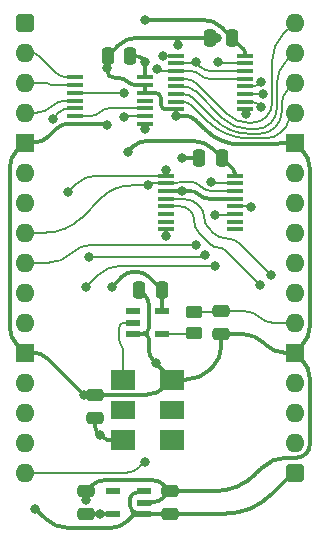
<source format=gtl>
%TF.GenerationSoftware,KiCad,Pcbnew,9.0.2*%
%TF.CreationDate,2025-06-17T16:08:07+02:00*%
%TF.ProjectId,Coprocessor Memory Select,436f7072-6f63-4657-9373-6f72204d656d,V0*%
%TF.SameCoordinates,Original*%
%TF.FileFunction,Copper,L1,Top*%
%TF.FilePolarity,Positive*%
%FSLAX46Y46*%
G04 Gerber Fmt 4.6, Leading zero omitted, Abs format (unit mm)*
G04 Created by KiCad (PCBNEW 9.0.2) date 2025-06-17 16:08:07*
%MOMM*%
%LPD*%
G01*
G04 APERTURE LIST*
G04 Aperture macros list*
%AMRoundRect*
0 Rectangle with rounded corners*
0 $1 Rounding radius*
0 $2 $3 $4 $5 $6 $7 $8 $9 X,Y pos of 4 corners*
0 Add a 4 corners polygon primitive as box body*
4,1,4,$2,$3,$4,$5,$6,$7,$8,$9,$2,$3,0*
0 Add four circle primitives for the rounded corners*
1,1,$1+$1,$2,$3*
1,1,$1+$1,$4,$5*
1,1,$1+$1,$6,$7*
1,1,$1+$1,$8,$9*
0 Add four rect primitives between the rounded corners*
20,1,$1+$1,$2,$3,$4,$5,0*
20,1,$1+$1,$4,$5,$6,$7,0*
20,1,$1+$1,$6,$7,$8,$9,0*
20,1,$1+$1,$8,$9,$2,$3,0*%
G04 Aperture macros list end*
%TA.AperFunction,SMDPad,CuDef*%
%ADD10RoundRect,0.250000X0.250000X0.475000X-0.250000X0.475000X-0.250000X-0.475000X0.250000X-0.475000X0*%
%TD*%
%TA.AperFunction,ComponentPad*%
%ADD11RoundRect,0.400000X-0.400000X-0.400000X0.400000X-0.400000X0.400000X0.400000X-0.400000X0.400000X0*%
%TD*%
%TA.AperFunction,ComponentPad*%
%ADD12O,1.600000X1.600000*%
%TD*%
%TA.AperFunction,ComponentPad*%
%ADD13R,1.600000X1.600000*%
%TD*%
%TA.AperFunction,SMDPad,CuDef*%
%ADD14R,1.475000X0.450000*%
%TD*%
%TA.AperFunction,SMDPad,CuDef*%
%ADD15R,1.450000X0.450000*%
%TD*%
%TA.AperFunction,SMDPad,CuDef*%
%ADD16RoundRect,0.250000X0.475000X-0.250000X0.475000X0.250000X-0.475000X0.250000X-0.475000X-0.250000X0*%
%TD*%
%TA.AperFunction,SMDPad,CuDef*%
%ADD17R,2.000000X1.800000*%
%TD*%
%TA.AperFunction,SMDPad,CuDef*%
%ADD18R,2.000000X1.600000*%
%TD*%
%TA.AperFunction,SMDPad,CuDef*%
%ADD19RoundRect,0.250000X-0.450000X0.262500X-0.450000X-0.262500X0.450000X-0.262500X0.450000X0.262500X0*%
%TD*%
%TA.AperFunction,SMDPad,CuDef*%
%ADD20R,1.250000X0.600000*%
%TD*%
%TA.AperFunction,SMDPad,CuDef*%
%ADD21RoundRect,0.250000X-0.475000X0.250000X-0.475000X-0.250000X0.475000X-0.250000X0.475000X0.250000X0*%
%TD*%
%TA.AperFunction,SMDPad,CuDef*%
%ADD22R,1.150000X0.600000*%
%TD*%
%TA.AperFunction,ViaPad*%
%ADD23C,0.800000*%
%TD*%
%TA.AperFunction,Conductor*%
%ADD24C,0.350000*%
%TD*%
%TA.AperFunction,Conductor*%
%ADD25C,0.200000*%
%TD*%
G04 APERTURE END LIST*
D10*
%TO.P,C6,1*%
%TO.N,/3.3V*%
X16682000Y-11430000D03*
%TO.P,C6,2*%
%TO.N,GND*%
X14782000Y-11430000D03*
%TD*%
%TO.P,C5,1*%
%TO.N,/3.3V*%
X17571000Y-1270000D03*
%TO.P,C5,2*%
%TO.N,GND*%
X15671000Y-1270000D03*
%TD*%
D11*
%TO.P,J2,1,Pin_1*%
%TO.N,5V*%
X0Y0D03*
D12*
%TO.P,J2,2,Pin_2*%
%TO.N,~{INT0}*%
X0Y-2540000D03*
%TO.P,J2,3,Pin_3*%
%TO.N,~{INT1}*%
X0Y-5080000D03*
%TO.P,J2,4,Pin_4*%
%TO.N,~{INT2}*%
X0Y-7620000D03*
D13*
%TO.P,J2,5,Pin_5*%
%TO.N,GND*%
X0Y-10160000D03*
D12*
%TO.P,J2,6,Pin_6*%
%TO.N,~{INT3}*%
X0Y-12700000D03*
%TO.P,J2,7,Pin_7*%
%TO.N,unconnected-(J2-Pin_7-Pad7)*%
X0Y-15240000D03*
%TO.P,J2,8,Pin_8*%
%TO.N,A20_{M}*%
X0Y-17780000D03*
%TO.P,J2,9,Pin_9*%
%TO.N,A19_{M}*%
X0Y-20320000D03*
%TO.P,J2,10,Pin_10*%
%TO.N,unconnected-(J2-Pin_10-Pad10)*%
X0Y-22860000D03*
%TO.P,J2,11,Pin_11*%
%TO.N,~{Memory A}*%
X0Y-25400000D03*
D13*
%TO.P,J2,12,Pin_12*%
%TO.N,GND*%
X0Y-27940000D03*
D12*
%TO.P,J2,13,Pin_13*%
%TO.N,~{Memory B}*%
X0Y-30480000D03*
%TO.P,J2,14,Pin_14*%
%TO.N,unconnected-(J2-Pin_14-Pad14)*%
X0Y-33020000D03*
%TO.P,J2,15,Pin_15*%
%TO.N,M~{Memory6\u20227}*%
X0Y-35560000D03*
%TO.P,J2,16,Pin_16*%
%TO.N,~{INT}*%
X0Y-38100000D03*
D11*
%TO.P,J2,17,Pin_17*%
%TO.N,5V*%
X22860000Y-38100000D03*
D12*
%TO.P,J2,18,Pin_18*%
%TO.N,M~{Memory4\u20225}*%
X22860000Y-35560000D03*
%TO.P,J2,19,Pin_19*%
%TO.N,M~{Memory2\u20223}*%
X22860000Y-33020000D03*
%TO.P,J2,20,Pin_20*%
%TO.N,M~{Memory0\u20221}*%
X22860000Y-30480000D03*
D13*
%TO.P,J2,21,Pin_21*%
%TO.N,GND*%
X22860000Y-27940000D03*
D12*
%TO.P,J2,22,Pin_22*%
%TO.N,40MHz*%
X22860000Y-25400000D03*
%TO.P,J2,23,Pin_23*%
%TO.N,unconnected-(J2-Pin_23-Pad23)*%
X22860000Y-22860000D03*
%TO.P,J2,24,Pin_24*%
%TO.N,M~{Memory7}*%
X22860000Y-20320000D03*
%TO.P,J2,25,Pin_25*%
%TO.N,M~{Memory6}*%
X22860000Y-17780000D03*
%TO.P,J2,26,Pin_26*%
%TO.N,M~{Memory5}*%
X22860000Y-15240000D03*
%TO.P,J2,27,Pin_27*%
%TO.N,M~{Memory4}*%
X22860000Y-12700000D03*
D13*
%TO.P,J2,28,Pin_28*%
%TO.N,GND*%
X22860000Y-10160000D03*
D12*
%TO.P,J2,29,Pin_29*%
%TO.N,M~{Memory3}*%
X22860000Y-7620000D03*
%TO.P,J2,30,Pin_30*%
%TO.N,M~{Memory2}*%
X22860000Y-5080000D03*
%TO.P,J2,31,Pin_31*%
%TO.N,M~{Memory1}*%
X22860000Y-2540000D03*
%TO.P,J2,32,Pin_32*%
%TO.N,M~{Memory0}*%
X22860000Y0D03*
%TD*%
D14*
%TO.P,IC4,1,1A*%
%TO.N,~{INT0}*%
X4301000Y-4654000D03*
%TO.P,IC4,2,1B*%
%TO.N,~{INT1}*%
X4301000Y-5304000D03*
%TO.P,IC4,3,1Y*%
%TO.N,/~{INT0\u20221}*%
X4301000Y-5954000D03*
%TO.P,IC4,4,2A*%
%TO.N,~{INT2}*%
X4301000Y-6604000D03*
%TO.P,IC4,5,2B*%
%TO.N,~{INT3}*%
X4301000Y-7254000D03*
%TO.P,IC4,6,2Y*%
%TO.N,/~{INT2\u20223}*%
X4301000Y-7904000D03*
%TO.P,IC4,7,GND*%
%TO.N,GND*%
X4301000Y-8554000D03*
%TO.P,IC4,8,3Y*%
%TO.N,~{INT}*%
X10177000Y-8554000D03*
%TO.P,IC4,9,3A*%
%TO.N,/~{INT0\u20221}*%
X10177000Y-7904000D03*
%TO.P,IC4,10,3B*%
%TO.N,/~{INT2\u20223}*%
X10177000Y-7254000D03*
%TO.P,IC4,11,4Y*%
%TO.N,unconnected-(IC4-4Y-Pad11)*%
X10177000Y-6604000D03*
%TO.P,IC4,12,4A*%
%TO.N,GND*%
X10177000Y-5954000D03*
%TO.P,IC4,13,4B*%
X10177000Y-5304000D03*
%TO.P,IC4,14,3V*%
%TO.N,/3.3V*%
X10177000Y-4654000D03*
%TD*%
D15*
%TO.P,IC1,1,~{1E}*%
%TO.N,~{Memory A}*%
X11934000Y-12965000D03*
%TO.P,IC1,2,1A0*%
%TO.N,A20_{M}*%
X11934000Y-13615000D03*
%TO.P,IC1,3,1A1*%
%TO.N,GND*%
X11934000Y-14265000D03*
%TO.P,IC1,4,~{1Y0}*%
%TO.N,M~{Memory0\u20221}*%
X11934000Y-14915000D03*
%TO.P,IC1,5,~{1Y1}*%
%TO.N,M~{Memory2\u20223}*%
X11934000Y-15565000D03*
%TO.P,IC1,6,~{1Y2}*%
%TO.N,unconnected-(IC1-~{1Y2}-Pad6)*%
X11934000Y-16215000D03*
%TO.P,IC1,7,~{1Y3}*%
%TO.N,unconnected-(IC1-~{1Y3}-Pad7)*%
X11934000Y-16865000D03*
%TO.P,IC1,8,GND*%
%TO.N,GND*%
X11934000Y-17515000D03*
%TO.P,IC1,9,~{2Y3}*%
%TO.N,unconnected-(IC1-~{2Y3}-Pad9)*%
X17784000Y-17515000D03*
%TO.P,IC1,10,~{2Y2}*%
%TO.N,unconnected-(IC1-~{2Y2}-Pad10)*%
X17784000Y-16865000D03*
%TO.P,IC1,11,~{2Y1}*%
%TO.N,M~{Memory6\u20227}*%
X17784000Y-16215000D03*
%TO.P,IC1,12,~{2Y0}*%
%TO.N,M~{Memory4\u20225}*%
X17784000Y-15565000D03*
%TO.P,IC1,13,2A1*%
%TO.N,GND*%
X17784000Y-14915000D03*
%TO.P,IC1,14,2A0*%
%TO.N,A20_{M}*%
X17784000Y-14265000D03*
%TO.P,IC1,15,~{2E}*%
%TO.N,~{Memory B}*%
X17784000Y-13615000D03*
%TO.P,IC1,16,3V*%
%TO.N,/3.3V*%
X17784000Y-12965000D03*
%TD*%
D16*
%TO.P,C4,1*%
%TO.N,/3.3V*%
X5969000Y-33446000D03*
%TO.P,C4,2*%
%TO.N,GND*%
X5969000Y-31546000D03*
%TD*%
D10*
%TO.P,C2,1*%
%TO.N,/3.3V*%
X8935000Y-2794000D03*
%TO.P,C2,2*%
%TO.N,GND*%
X7035000Y-2794000D03*
%TD*%
%TO.P,C1,1*%
%TO.N,/3.3V*%
X11602000Y-22606000D03*
%TO.P,C1,2*%
%TO.N,GND*%
X9702000Y-22606000D03*
%TD*%
D17*
%TO.P,Y1,1,E/D*%
%TO.N,unconnected-(Y1-E{slash}D-Pad1)*%
X12514000Y-35306000D03*
D18*
%TO.P,Y1,2,NC*%
%TO.N,unconnected-(Y1-NC-Pad2)*%
X12514000Y-32766000D03*
D17*
%TO.P,Y1,3,GND*%
%TO.N,GND*%
X12514000Y-30226000D03*
%TO.P,Y1,4,OUT*%
%TO.N,/~{40MHz}*%
X8314000Y-30226000D03*
D18*
%TO.P,Y1,5,OUT2*%
%TO.N,unconnected-(Y1-OUT2-Pad5)*%
X8314000Y-32766000D03*
D17*
%TO.P,Y1,6,3V*%
%TO.N,/3.3V*%
X8314000Y-35306000D03*
%TD*%
D19*
%TO.P,R7,1*%
%TO.N,40MHz*%
X14361000Y-24487500D03*
%TO.P,R7,2*%
%TO.N,Net-(IC12-Y)*%
X14361000Y-26312500D03*
%TD*%
D20*
%TO.P,IC12,1,N.C.*%
%TO.N,unconnected-(IC12-N.C.-Pad1)*%
X9164000Y-24450000D03*
%TO.P,IC12,2,A*%
%TO.N,/~{40MHz}*%
X9164000Y-25400000D03*
%TO.P,IC12,3,GND*%
%TO.N,GND*%
X9164000Y-26350000D03*
%TO.P,IC12,4,Y*%
%TO.N,Net-(IC12-Y)*%
X11664000Y-26350000D03*
%TO.P,IC12,5,3V*%
%TO.N,/3.3V*%
X11664000Y-24450000D03*
%TD*%
D15*
%TO.P,IC9,1,~{1E}*%
%TO.N,~{Memory A}*%
X12823000Y-2805000D03*
%TO.P,IC9,2,1A0*%
%TO.N,A19_{M}*%
X12823000Y-3455000D03*
%TO.P,IC9,3,1A1*%
%TO.N,A20_{M}*%
X12823000Y-4105000D03*
%TO.P,IC9,4,~{1Y0}*%
%TO.N,M~{Memory0}*%
X12823000Y-4755000D03*
%TO.P,IC9,5,~{1Y1}*%
%TO.N,M~{Memory1}*%
X12823000Y-5405000D03*
%TO.P,IC9,6,~{1Y2}*%
%TO.N,M~{Memory2}*%
X12823000Y-6055000D03*
%TO.P,IC9,7,~{1Y3}*%
%TO.N,M~{Memory3}*%
X12823000Y-6705000D03*
%TO.P,IC9,8,GND*%
%TO.N,GND*%
X12823000Y-7355000D03*
%TO.P,IC9,9,~{2Y3}*%
%TO.N,M~{Memory7}*%
X18673000Y-7355000D03*
%TO.P,IC9,10,~{2Y2}*%
%TO.N,M~{Memory6}*%
X18673000Y-6705000D03*
%TO.P,IC9,11,~{2Y1}*%
%TO.N,M~{Memory5}*%
X18673000Y-6055000D03*
%TO.P,IC9,12,~{2Y0}*%
%TO.N,M~{Memory4}*%
X18673000Y-5405000D03*
%TO.P,IC9,13,2A1*%
%TO.N,A20_{M}*%
X18673000Y-4755000D03*
%TO.P,IC9,14,2A0*%
%TO.N,A19_{M}*%
X18673000Y-4105000D03*
%TO.P,IC9,15,~{2E}*%
%TO.N,~{Memory B}*%
X18673000Y-3455000D03*
%TO.P,IC9,16,3V*%
%TO.N,/3.3V*%
X18673000Y-2805000D03*
%TD*%
D21*
%TO.P,C3,1*%
%TO.N,40MHz*%
X16637000Y-24466000D03*
%TO.P,C3,2*%
%TO.N,GND*%
X16637000Y-26366000D03*
%TD*%
D16*
%TO.P,C9,1*%
%TO.N,/3.3V*%
X5207000Y-41574000D03*
%TO.P,C9,2*%
%TO.N,GND*%
X5207000Y-39674000D03*
%TD*%
%TO.P,C8,1*%
%TO.N,5V*%
X12319000Y-41574000D03*
%TO.P,C8,2*%
%TO.N,GND*%
X12319000Y-39674000D03*
%TD*%
D22*
%TO.P,IC5,1,6VIn*%
%TO.N,5V*%
X10063000Y-41590000D03*
%TO.P,IC5,2,GND*%
%TO.N,GND*%
X10063000Y-40640000D03*
%TO.P,IC5,3,EN*%
%TO.N,5V*%
X10063000Y-39690000D03*
%TO.P,IC5,4,ADJ*%
%TO.N,unconnected-(IC5-ADJ-Pad4)*%
X7463000Y-39690000D03*
%TO.P,IC5,5,3.3VOut*%
%TO.N,/3.3V*%
X7463000Y-41590000D03*
%TD*%
D23*
%TO.N,GND*%
X16256000Y-1270000D03*
%TO.N,A20_{M}*%
X10456916Y-13800084D03*
X11209699Y-3906640D03*
%TO.N,~{Memory A}*%
X11684000Y-2794000D03*
X11938000Y-12446000D03*
%TO.N,/3.3V*%
X10160000Y254000D03*
%TO.N,GND*%
X11146500Y-28858500D03*
%TO.N,/3.3V*%
X10177000Y-3319000D03*
%TO.N,M~{Memory4}*%
X20034709Y-5026195D03*
%TO.N,M~{Memory5}*%
X20170020Y-6067443D03*
%TO.N,M~{Memory6}*%
X20018751Y-7131286D03*
%TO.N,M~{Memory7}*%
X18744620Y-7735000D03*
%TO.N,GND*%
X12827000Y-7874000D03*
X12954000Y-1905000D03*
%TO.N,~{Memory B}*%
X16383000Y-3302000D03*
%TO.N,GND*%
X13335000Y-14224000D03*
%TO.N,M~{Memory2\u20223}*%
X19939000Y-22225000D03*
%TO.N,M~{Memory0\u20221}*%
X20828000Y-21336000D03*
%TO.N,GND*%
X11938000Y-18034000D03*
X13335000Y-11430000D03*
%TO.N,/3.3V*%
X8763000Y-10922000D03*
X7366000Y-22352000D03*
%TO.N,5V*%
X889000Y-41148000D03*
%TO.N,~{Memory B}*%
X15811500Y-13525500D03*
X15240000Y-19685000D03*
X5461000Y-19812000D03*
%TO.N,M~{Memory6\u20227}*%
X5207000Y-22352000D03*
%TO.N,~{Memory A}*%
X3683000Y-14351000D03*
%TO.N,A19_{M}*%
X14478000Y-18796000D03*
X14478000Y-3355000D03*
%TO.N,/~{INT0\u20221}*%
X8382000Y-8001000D03*
X8382000Y-5969000D03*
%TO.N,GND*%
X6985000Y-8636000D03*
X6985000Y-3810000D03*
%TO.N,~{INT3}*%
X2413000Y-8128000D03*
%TO.N,/3.3V*%
X6350000Y-34925000D03*
X6350000Y-41574000D03*
%TO.N,M~{Memory4\u20225}*%
X19177000Y-15621000D03*
%TO.N,M~{Memory6\u20227}*%
X16129000Y-16256000D03*
X16129000Y-20574000D03*
%TO.N,GND*%
X5016500Y-31559500D03*
X5207000Y-40386000D03*
%TO.N,~{INT}*%
X10160000Y-37211000D03*
X10160000Y-9017000D03*
%TD*%
D24*
%TO.N,/3.3V*%
X15983500Y-10731500D02*
G75*
G03*
X14297171Y-10033012I-1686300J-1686300D01*
G01*
X9357000Y-21082000D02*
G75*
G03*
X8126186Y-21591833I0J-1740600D01*
G01*
X5969000Y-34274592D02*
G75*
G03*
X6159498Y-34734502I650400J-8D01*
G01*
X17630911Y-12378911D02*
G75*
G02*
X17783993Y-12748500I-369611J-369589D01*
G01*
X18519911Y-2218911D02*
G75*
G02*
X18672993Y-2588500I-369611J-369589D01*
G01*
X10280617Y-10033000D02*
G75*
G03*
X9207495Y-10477495I-17J-1517600D01*
G01*
X9905497Y-3047497D02*
G75*
G03*
X9293500Y-2794001I-611997J-612003D01*
G01*
X16809000Y-508000D02*
G75*
G03*
X14969369Y253987I-1839600J-1839600D01*
G01*
X10587823Y-21591823D02*
G75*
G03*
X9357000Y-21081986I-1230823J-1230777D01*
G01*
X6540500Y-35115500D02*
G75*
G03*
X7000407Y-35305997I459900J459900D01*
G01*
%TO.N,5V*%
X9137999Y-39937999D02*
G75*
G03*
X8890009Y-40536724I598701J-598701D01*
G01*
X1714500Y-41973500D02*
G75*
G03*
X3707433Y-42798996I1992930J1992940D01*
G01*
X8890000Y-40835458D02*
G75*
G03*
X9111000Y-41369000I754540J-2D01*
G01*
X9111000Y-41811000D02*
G75*
G03*
X9111000Y-41369000I-221000J221000D01*
G01*
X9644541Y-41590000D02*
G75*
G03*
X9110988Y-41810988I-41J-754500D01*
G01*
X9111000Y-41369000D02*
G75*
G03*
X9644541Y-41589983I533500J533500D01*
G01*
X8727500Y-42194500D02*
G75*
G02*
X7268107Y-42799003I-1459400J1459400D01*
G01*
X20852792Y-39980207D02*
G75*
G02*
X17005036Y-41574001I-3847762J3847767D01*
G01*
X9724500Y-39690000D02*
G75*
G03*
X9146647Y-39929358I0J-817200D01*
G01*
%TO.N,GND*%
X10121500Y-23025500D02*
G75*
G02*
X10541015Y-24038262I-1012800J-1012800D01*
G01*
X8684500Y-5001500D02*
G75*
G03*
X9414799Y-5304000I730300J730300D01*
G01*
X15688082Y-29396916D02*
G75*
G02*
X13686500Y-30225988I-2001582J2001616D01*
G01*
X5039545Y-31546000D02*
G75*
G03*
X5023237Y-31552737I-45J-23000D01*
G01*
X762000Y-10160000D02*
G75*
G03*
X-538814Y-10698815I-3J-1839621D01*
G01*
X23495000Y-28575000D02*
G75*
G02*
X24129989Y-30108025I-1533000J-1533000D01*
G01*
X16637000Y-27407000D02*
G75*
G02*
X15900902Y-29184099I-2513200J0D01*
G01*
X24130000Y-25771974D02*
G75*
G02*
X23495001Y-27305001I-2168040J4D01*
G01*
X11410750Y-6100250D02*
G75*
G03*
X11057671Y-5954012I-353050J-353050D01*
G01*
X11849500Y-39204500D02*
G75*
G03*
X10716026Y-38734989I-1133500J-1133500D01*
G01*
X3715500Y-8554000D02*
G75*
G03*
X2715994Y-8968016I0J-1413500D01*
G01*
X10383500Y-26507500D02*
G75*
G02*
X10540984Y-26887738I-380200J-380200D01*
G01*
X20453382Y-27311382D02*
G75*
G03*
X21971000Y-27940011I1517618J1517582D01*
G01*
X14760000Y-14569500D02*
G75*
G03*
X15594110Y-14914996I834100J834100D01*
G01*
X1890914Y-28433914D02*
G75*
G03*
X698500Y-27940001I-1192414J-1192416D01*
G01*
X23495000Y-10795000D02*
G75*
G02*
X24129989Y-12328025I-1533000J-1533000D01*
G01*
X5458730Y-39422269D02*
G75*
G03*
X5207011Y-40030000I607770J-607731D01*
G01*
X7175500Y-4508500D02*
G75*
G03*
X7635407Y-4698997I459900J459900D01*
G01*
X-1270000Y-25771974D02*
G75*
G03*
X-634998Y-27304999I2168030J4D01*
G01*
X6985000Y-4064000D02*
G75*
G03*
X7164607Y-4497603I613200J0D01*
G01*
X11809083Y-40183916D02*
G75*
G02*
X10708000Y-40639990I-1101083J1101116D01*
G01*
X2062815Y-9621184D02*
G75*
G02*
X762000Y-10160000I-1300815J1300814D01*
G01*
X24130000Y-35756328D02*
G75*
G02*
X23815521Y-36515521I-1073700J28D01*
G01*
X21709501Y-10160000D02*
G75*
G03*
X21505500Y-10244500I-1J-288500D01*
G01*
X-634999Y-10795000D02*
G75*
G03*
X-1270001Y-12328025I1533029J-1533030D01*
G01*
X23815529Y-36515529D02*
G75*
G02*
X23056328Y-36830012I-759229J759229D01*
G01*
X19532999Y-38251999D02*
G75*
G02*
X16099988Y-39673994I-3432999J3432999D01*
G01*
X8684500Y-5001500D02*
G75*
G03*
X7954200Y-4699000I-730300J-730300D01*
G01*
X11876000Y-30864000D02*
G75*
G02*
X10335731Y-31502013I-1540300J1540300D01*
G01*
X11410750Y-6100250D02*
G75*
G02*
X11556988Y-6453328I-353050J-353050D01*
G01*
X6944000Y-8595000D02*
G75*
G03*
X6845017Y-8553993I-99000J-99000D01*
G01*
X9636630Y-1270000D02*
G75*
G03*
X7797002Y-2032002I0J-2601620D01*
G01*
X10541000Y-27824846D02*
G75*
G03*
X10843749Y-28555751I1033650J-4D01*
G01*
X14546012Y-8323012D02*
G75*
G03*
X13462000Y-7873992I-1084012J-1083988D01*
G01*
X14760000Y-14569500D02*
G75*
G03*
X13925889Y-14224004I-834100J-834100D01*
G01*
X22228029Y-36830000D02*
G75*
G03*
X20054811Y-37730146I-29J-3073400D01*
G01*
X20295000Y-27153000D02*
G75*
G03*
X18395013Y-26365994I-1900000J-1900000D01*
G01*
X21505500Y-10244500D02*
G75*
G02*
X21301498Y-10329000I-204000J204000D01*
G01*
X6809973Y-38735000D02*
G75*
G03*
X5676499Y-39204499I-3J-1602970D01*
G01*
X12954000Y-1587500D02*
G75*
G03*
X12636500Y-1270000I-317500J0D01*
G01*
X13271500Y-1270000D02*
G75*
G03*
X12954000Y-1587500I0J-317500D01*
G01*
X10541000Y-25812261D02*
G75*
G02*
X10383511Y-26192511I-537700J-39D01*
G01*
X10003261Y-26350000D02*
G75*
G03*
X10383511Y-26192511I39J537700D01*
G01*
X10383500Y-26507500D02*
G75*
G03*
X10003261Y-26350016I-380200J-380200D01*
G01*
X10383500Y-26192500D02*
G75*
G03*
X10383500Y-26507500I157500J-157500D01*
G01*
X11557000Y-6989679D02*
G75*
G03*
X11663994Y-7248006I365300J-21D01*
G01*
X15324500Y-9101500D02*
G75*
G03*
X18287947Y-10329001I2963450J2963450D01*
G01*
X11664000Y-7248000D02*
G75*
G03*
X11922320Y-7354991I258300J258300D01*
G01*
X12636500Y-1270000D02*
X13271500Y-1270000D01*
D25*
%TO.N,~{Memory A}*%
X6049049Y-12965000D02*
G75*
G03*
X4375997Y-13657997I-9J-2366040D01*
G01*
X11936000Y-12448000D02*
G75*
G03*
X11934012Y-12452828I4800J-4800D01*
G01*
%TO.N,~{Memory B}*%
X15176500Y-19748500D02*
G75*
G02*
X15023197Y-19811999I-153300J153300D01*
G01*
X15856250Y-13570250D02*
G75*
G03*
X15964286Y-13615006I108050J108050D01*
G01*
X16459500Y-3378500D02*
G75*
G03*
X16644187Y-3455005I184700J184700D01*
G01*
%TO.N,M~{Memory1}*%
X21355000Y-7250144D02*
G75*
G02*
X20837499Y-8499499I-1766860J4D01*
G01*
X16710073Y-8074073D02*
G75*
G03*
X18986500Y-9016986I2276427J2276473D01*
G01*
X22107500Y-3292500D02*
G75*
G03*
X21354998Y-5109195I1816700J-1816700D01*
G01*
X20837500Y-8499500D02*
G75*
G02*
X19588144Y-9017018I-1249400J1249400D01*
G01*
X14471628Y-5835628D02*
G75*
G03*
X13432000Y-5405013I-1039628J-1039672D01*
G01*
%TO.N,M~{Memory7}*%
X18673000Y-7701542D02*
G75*
G03*
X18682811Y-7725188I33500J42D01*
G01*
X18682799Y-7725200D02*
G75*
G03*
X18706457Y-7735018I23701J23700D01*
G01*
%TO.N,M~{Memory2}*%
X22307500Y-5632500D02*
G75*
G03*
X21754951Y-6966352I1333800J-1333900D01*
G01*
X21755000Y-7585274D02*
G75*
G02*
X21218507Y-8880507I-1831700J-26D01*
G01*
X16111621Y-8223199D02*
G75*
G03*
X18993711Y-9416989I2882079J2882099D01*
G01*
X21218500Y-8880500D02*
G75*
G02*
X19923274Y-9416989I-1295200J1295200D01*
G01*
X14339550Y-6451128D02*
G75*
G03*
X13383211Y-6055001I-956350J-956372D01*
G01*
%TO.N,M~{Memory5}*%
X20163798Y-6061221D02*
G75*
G03*
X20148778Y-6055003I-14998J-14979D01*
G01*
%TO.N,M~{Memory4}*%
X19845306Y-5215597D02*
G75*
G02*
X19388048Y-5405022I-457306J457297D01*
G01*
%TO.N,M~{Memory6}*%
X19805608Y-6918143D02*
G75*
G03*
X19291035Y-6704970I-514608J-514557D01*
G01*
%TO.N,M~{Memory0}*%
X14623226Y-5225226D02*
G75*
G03*
X13488000Y-4754985I-1135226J-1135174D01*
G01*
X17147608Y-7749608D02*
G75*
G03*
X18923000Y-8484995I1775392J1775408D01*
G01*
X20955000Y-6791550D02*
G75*
G02*
X20459002Y-7989002I-1693460J0D01*
G01*
X20459000Y-7989000D02*
G75*
G02*
X19261550Y-8485021I-1197500J1197500D01*
G01*
X21907500Y-952499D02*
G75*
G03*
X20955015Y-3252038I2299500J-2299501D01*
G01*
%TO.N,M~{Memory3}*%
X15429217Y-8317217D02*
G75*
G03*
X19050000Y-9816984I3620783J3620817D01*
G01*
X22288500Y-8445500D02*
G75*
G02*
X22108893Y-8879103I-613200J0D01*
G01*
X21729752Y-9258247D02*
G75*
G02*
X20380816Y-9817003I-1348952J1348947D01*
G01*
X14168432Y-7056432D02*
G75*
G03*
X13320000Y-6705011I-848432J-848468D01*
G01*
X22468105Y-8011894D02*
G75*
G03*
X22288496Y-8445500I433595J-433606D01*
G01*
%TO.N,A19_{M}*%
X14428000Y-3405000D02*
G75*
G02*
X14307289Y-3454996I-120700J120700D01*
G01*
X5776630Y-18796000D02*
G75*
G03*
X3937002Y-19558002I0J-2601620D01*
G01*
X14853000Y-3730000D02*
G75*
G03*
X15758330Y-4104988I905300J905300D01*
G01*
X3937000Y-19558000D02*
G75*
G02*
X2097369Y-20319997I-1839630J1839640D01*
G01*
%TO.N,~{INT0}*%
X2544087Y-4195087D02*
G75*
G03*
X3652000Y-4653998I1107913J1107917D01*
G01*
X1203308Y-2854308D02*
G75*
G03*
X444500Y-2540000I-758803J-758798D01*
G01*
%TO.N,~{INT3}*%
X3794000Y-7254000D02*
G75*
G03*
X2928498Y-7612505I0J-1224000D01*
G01*
%TO.N,~{INT1}*%
X2047000Y-5192000D02*
G75*
G03*
X2317391Y-5304003I270400J270400D01*
G01*
X2047000Y-5192000D02*
G75*
G03*
X1776608Y-5079997I-270400J-270400D01*
G01*
%TO.N,~{INT}*%
X9715500Y-37655500D02*
G75*
G02*
X8642382Y-38099993I-1073100J1073100D01*
G01*
X10177000Y-8987979D02*
G75*
G02*
X10168506Y-9008506I-29000J-21D01*
G01*
%TO.N,~{INT2}*%
X2286000Y-7112000D02*
G75*
G02*
X1059579Y-7620000I-1226420J1226420D01*
G01*
X3512420Y-6604000D02*
G75*
G03*
X2286002Y-7112002I0J-1734410D01*
G01*
%TO.N,M~{Memory0\u20221}*%
X12994839Y-14944500D02*
G75*
G03*
X13066058Y-14974035I71261J71200D01*
G01*
X18253519Y-18761519D02*
G75*
G03*
X17110343Y-18287971I-1143219J-1143181D01*
G01*
X12994839Y-14944500D02*
G75*
G03*
X12923619Y-14914980I-71239J-71200D01*
G01*
X14821626Y-15583626D02*
G75*
G02*
X15205357Y-16510000I-926326J-926374D01*
G01*
X15967166Y-17814480D02*
G75*
G03*
X17110343Y-18287968I1143134J1143180D01*
G01*
X14631901Y-15393901D02*
G75*
G03*
X13618169Y-14974012I-1013701J-1013699D01*
G01*
X15205343Y-16510000D02*
G75*
G03*
X15589066Y-17436366I1310057J0D01*
G01*
%TO.N,M~{Memory2\u20223}*%
X14005500Y-15910500D02*
G75*
G02*
X14350996Y-16744610I-834100J-834100D01*
G01*
X15732592Y-18780592D02*
G75*
G03*
X16383000Y-19050005I650408J650392D01*
G01*
X14005500Y-15910500D02*
G75*
G03*
X13171389Y-15565004I-834100J-834100D01*
G01*
X14351000Y-16827500D02*
G75*
G03*
X14755116Y-17803106I1379700J0D01*
G01*
X17033407Y-19319407D02*
G75*
G03*
X16383000Y-19049995I-650407J-650393D01*
G01*
%TO.N,M~{Memory4\u20225}*%
X19149000Y-15593000D02*
G75*
G03*
X19081402Y-15564999I-67600J-67600D01*
G01*
%TO.N,M~{Memory6\u20227}*%
X8242235Y-20574000D02*
G75*
G03*
X6095998Y-21462998I-5J-3035230D01*
G01*
%TO.N,A20_{M}*%
X14839500Y-4430000D02*
G75*
G03*
X14054880Y-4105008I-784600J-784600D01*
G01*
X14885500Y-13869500D02*
G75*
G03*
X13930678Y-13474009I-954800J-954800D01*
G01*
X13124041Y-13474000D02*
G75*
G03*
X12953819Y-13544480I-41J-240700D01*
G01*
X11308879Y-4005820D02*
G75*
G03*
X11548320Y-4104992I239421J239420D01*
G01*
X12953839Y-13544500D02*
G75*
G02*
X12783636Y-13615027I-170239J170200D01*
G01*
X14839500Y-4430000D02*
G75*
G03*
X15624119Y-4754992I784600J784600D01*
G01*
X8996416Y-13800084D02*
G75*
G03*
X6503187Y-14832814I-16J-3525916D01*
G01*
X4813235Y-16522764D02*
G75*
G02*
X1778000Y-17780000I-3035235J3035234D01*
G01*
X10772874Y-13615000D02*
G75*
G03*
X10549483Y-13707567I26J-315900D01*
G01*
X14885500Y-13869500D02*
G75*
G03*
X15840321Y-14264991I954800J954800D01*
G01*
%TO.N,40MHz*%
X19853000Y-24933000D02*
G75*
G03*
X18725562Y-24466016I-1127400J-1127400D01*
G01*
X19853000Y-24933000D02*
G75*
G03*
X20980437Y-25399984I1127400J1127400D01*
G01*
%TO.N,/~{40MHz}*%
X8128000Y-25527000D02*
G75*
G03*
X8001002Y-25833605I306600J-306600D01*
G01*
X8157500Y-27296500D02*
G75*
G02*
X8313990Y-27674324I-377800J-377800D01*
G01*
X8434605Y-25400000D02*
G75*
G03*
X8127998Y-25526998I-5J-433600D01*
G01*
X8001000Y-26918675D02*
G75*
G03*
X8157493Y-27296507I534300J-25D01*
G01*
%TO.N,/~{INT0\u20221}*%
X8547589Y-7904000D02*
G75*
G03*
X8430503Y-7952503I11J-165600D01*
G01*
X8374500Y-5961500D02*
G75*
G03*
X8356393Y-5954003I-18100J-18100D01*
G01*
%TO.N,/~{INT2\u20223}*%
X7175619Y-7254000D02*
G75*
G03*
X6390994Y-7578994I-19J-1109600D01*
G01*
X6391000Y-7579000D02*
G75*
G02*
X5606380Y-7903992I-784600J784600D01*
G01*
D24*
%TO.N,GND*%
X19532999Y-38251999D02*
X20054832Y-37730167D01*
X23056328Y-36830000D02*
X22228029Y-36830000D01*
X23495000Y-28575000D02*
X22860000Y-27940000D01*
X24130000Y-30108025D02*
X24130000Y-35756328D01*
X12319000Y-39674000D02*
X16099988Y-39674000D01*
%TO.N,5V*%
X17005036Y-41574000D02*
X12319000Y-41574000D01*
X20852792Y-39980207D02*
X22733000Y-38100000D01*
X1714500Y-41973500D02*
X889000Y-41148000D01*
X9111000Y-41811000D02*
X8727500Y-42194500D01*
X3707433Y-42799000D02*
X7268107Y-42799000D01*
D25*
%TO.N,~{INT}*%
X10160000Y-37211000D02*
X9715500Y-37655500D01*
D24*
%TO.N,GND*%
X16256000Y-1270000D02*
X15671000Y-1270000D01*
X11922320Y-7355000D02*
X12823000Y-7355000D01*
X11557000Y-6453328D02*
X11557000Y-6989679D01*
X11057671Y-5954000D02*
X10177000Y-5954000D01*
D25*
%TO.N,A20_{M}*%
X11934000Y-13615000D02*
X12783636Y-13615000D01*
X13930678Y-13474000D02*
X13124041Y-13474000D01*
X15840321Y-14265000D02*
X17784000Y-14265000D01*
D24*
%TO.N,GND*%
X15594110Y-14915000D02*
X17784000Y-14915000D01*
X13925889Y-14224000D02*
X13335000Y-14224000D01*
D25*
%TO.N,M~{Memory0\u20221}*%
X12923619Y-14915000D02*
X11934000Y-14915000D01*
X13066058Y-14974000D02*
X13618169Y-14974000D01*
X14821626Y-15583626D02*
X14631901Y-15393901D01*
X15967166Y-17814480D02*
X15589059Y-17436373D01*
X20828000Y-21336000D02*
X18253519Y-18761519D01*
%TO.N,M~{Memory6\u20227}*%
X16129000Y-20574000D02*
X8242235Y-20574000D01*
X5207000Y-22352000D02*
X6096000Y-21463000D01*
%TO.N,M~{Memory2}*%
X22307500Y-5632500D02*
X22860000Y-5080000D01*
X18993711Y-9417000D02*
X19923274Y-9417000D01*
X21755000Y-6966352D02*
X21755000Y-7585274D01*
X16111621Y-8223199D02*
X14339550Y-6451128D01*
%TO.N,M~{Memory3}*%
X19050000Y-9816995D02*
X20380816Y-9816995D01*
X15429217Y-8317217D02*
X14168432Y-7056432D01*
X22108894Y-8879104D02*
X21729752Y-9258247D01*
%TO.N,M~{Memory1}*%
X18986500Y-9017000D02*
X19588144Y-9017000D01*
X16710073Y-8074073D02*
X14471628Y-5835628D01*
X21355000Y-7250144D02*
X21355000Y-5109195D01*
X22107500Y-3292500D02*
X22860000Y-2540000D01*
%TO.N,M~{Memory0}*%
X21907500Y-952499D02*
X22860000Y0D01*
X20955000Y-6791550D02*
X20955000Y-3252038D01*
X18923000Y-8485000D02*
X19261550Y-8485000D01*
X14623226Y-5225226D02*
X17147608Y-7749608D01*
X13488000Y-4755000D02*
X12823000Y-4755000D01*
D24*
%TO.N,GND*%
X21301498Y-10329000D02*
X18287947Y-10329000D01*
X14546012Y-8323012D02*
X15324500Y-9101500D01*
X21709501Y-10160000D02*
X22860000Y-10160000D01*
X12827000Y-7874000D02*
X13462000Y-7874000D01*
D25*
%TO.N,A20_{M}*%
X10456916Y-13800084D02*
X8996416Y-13800084D01*
X6503186Y-14832813D02*
X4813235Y-16522764D01*
X10456916Y-13800084D02*
X10549458Y-13707542D01*
X11934000Y-13615000D02*
X10772874Y-13615000D01*
%TO.N,~{Memory A}*%
X4376000Y-13658000D02*
X3683000Y-14351000D01*
X6049049Y-12965000D02*
X11934000Y-12965000D01*
%TO.N,A20_{M}*%
X11209699Y-3906640D02*
X11308879Y-4005820D01*
X12823000Y-4105000D02*
X11548320Y-4105000D01*
%TO.N,M~{Memory7}*%
X18706457Y-7735000D02*
X18744620Y-7735000D01*
X18673000Y-7701542D02*
X18673000Y-7355000D01*
%TO.N,M~{Memory6}*%
X20018751Y-7131286D02*
X19805608Y-6918143D01*
%TO.N,A19_{M}*%
X15758330Y-4105000D02*
X18673000Y-4105000D01*
%TO.N,A20_{M}*%
X12823000Y-4105000D02*
X14054880Y-4105000D01*
%TO.N,A19_{M}*%
X14428000Y-3405000D02*
X14478000Y-3355000D01*
X14307289Y-3455000D02*
X12823000Y-3455000D01*
%TO.N,A20_{M}*%
X15624119Y-4755000D02*
X18673000Y-4755000D01*
%TO.N,A19_{M}*%
X14853000Y-3730000D02*
X14478000Y-3355000D01*
%TO.N,M~{Memory4}*%
X20034709Y-5026195D02*
X19845306Y-5215597D01*
X19388048Y-5405000D02*
X18673000Y-5405000D01*
%TO.N,M~{Memory5}*%
X20163798Y-6061221D02*
X20170020Y-6067443D01*
X20148778Y-6055000D02*
X18673000Y-6055000D01*
%TO.N,~{Memory A}*%
X11684000Y-2794000D02*
X12812000Y-2794000D01*
X11936000Y-12448000D02*
X11938000Y-12446000D01*
X11934000Y-12452828D02*
X11934000Y-12965000D01*
D24*
%TO.N,/3.3V*%
X10160000Y254000D02*
X14969369Y253999D01*
X17571000Y-1270000D02*
X16809000Y-508000D01*
%TO.N,GND*%
X11146500Y-28858500D02*
X12514000Y-30226000D01*
X11146500Y-28858500D02*
X10843750Y-28555750D01*
X10541000Y-26887738D02*
X10541000Y-27824846D01*
X7797000Y-2032000D02*
X7035000Y-2794000D01*
X9636630Y-1270000D02*
X12636500Y-1270000D01*
X12954000Y-1905000D02*
X12954000Y-1587500D01*
X15671000Y-1270000D02*
X13271500Y-1270000D01*
X13335000Y-11430000D02*
X14782000Y-11430000D01*
X12827000Y-7874000D02*
X12827000Y-7359000D01*
%TO.N,/3.3V*%
X18673000Y-2588500D02*
X18673000Y-2805000D01*
X17571000Y-1270000D02*
X18519911Y-2218911D01*
D25*
%TO.N,~{Memory B}*%
X16644187Y-3455000D02*
X18673000Y-3455000D01*
X16383000Y-3302000D02*
X16459500Y-3378500D01*
D24*
%TO.N,GND*%
X13335000Y-14224000D02*
X11975000Y-14224000D01*
D25*
%TO.N,~{Memory B}*%
X15964286Y-13615000D02*
X17784000Y-13615000D01*
X15856250Y-13570250D02*
X15811500Y-13525500D01*
%TO.N,M~{Memory2\u20223}*%
X14351000Y-16744610D02*
X14351000Y-16827500D01*
X15732592Y-18780592D02*
X14755111Y-17803111D01*
X13171389Y-15565000D02*
X11934000Y-15565000D01*
X19939000Y-22225000D02*
X17033407Y-19319407D01*
D24*
%TO.N,GND*%
X11938000Y-18034000D02*
X11938000Y-17519000D01*
%TO.N,/3.3V*%
X17630911Y-12378911D02*
X16682000Y-11430000D01*
X17784000Y-12748500D02*
X17784000Y-12965000D01*
X14297171Y-10033000D02*
X10280617Y-10033000D01*
X9207500Y-10477500D02*
X8763000Y-10922000D01*
X15983500Y-10731500D02*
X16682000Y-11430000D01*
X8126176Y-21591823D02*
X7366000Y-22352000D01*
X10587823Y-21591823D02*
X11602000Y-22606000D01*
%TO.N,GND*%
X16637000Y-27407000D02*
X16637000Y-26366000D01*
X13686500Y-30226000D02*
X12514000Y-30226000D01*
X15688082Y-29396916D02*
X15900901Y-29184098D01*
X10121500Y-23025500D02*
X9702000Y-22606000D01*
X10003261Y-26350000D02*
X9164000Y-26350000D01*
X10541000Y-24038262D02*
X10541000Y-25812261D01*
X20453382Y-27311382D02*
X20295000Y-27153000D01*
X18395013Y-26366000D02*
X16637000Y-26366000D01*
X21971000Y-27940000D02*
X22860000Y-27940000D01*
X-634999Y-27305000D02*
X0Y-27940000D01*
X-1270000Y-25771974D02*
X-1270000Y-12328025D01*
X-538814Y-10698815D02*
X-634999Y-10795000D01*
X23495000Y-10795000D02*
X22860000Y-10160000D01*
X24130000Y-25771974D02*
X24130000Y-12328025D01*
X23495000Y-27305000D02*
X22860000Y-27940000D01*
D25*
%TO.N,~{Memory B}*%
X15240000Y-19685000D02*
X15176500Y-19748500D01*
X15023197Y-19812000D02*
X5461000Y-19812000D01*
%TO.N,A19_{M}*%
X2097369Y-20320000D02*
X0Y-20320000D01*
X5776630Y-18796000D02*
X14478000Y-18796000D01*
%TO.N,A20_{M}*%
X1778000Y-17780000D02*
X0Y-17780000D01*
D24*
%TO.N,GND*%
X7175500Y-4508500D02*
X7164605Y-4497605D01*
X6985000Y-4064000D02*
X6985000Y-3810000D01*
X7635407Y-4699000D02*
X7954200Y-4699000D01*
X9414799Y-5304000D02*
X10177000Y-5304000D01*
D25*
%TO.N,~{INT0}*%
X3652000Y-4654000D02*
X4301000Y-4654000D01*
X2544087Y-4195087D02*
X1203308Y-2854308D01*
%TO.N,/~{INT0\u20221}*%
X8547589Y-7904000D02*
X10177000Y-7904000D01*
X8430500Y-7952500D02*
X8382000Y-8001000D01*
X8374500Y-5961500D02*
X8382000Y-5969000D01*
X8356393Y-5954000D02*
X4301000Y-5954000D01*
%TO.N,/~{INT2\u20223}*%
X7175619Y-7254000D02*
X10177000Y-7254000D01*
X5606380Y-7904000D02*
X4301000Y-7904000D01*
D24*
%TO.N,/3.3V*%
X10177000Y-3319000D02*
X9905497Y-3047497D01*
X9293500Y-2794000D02*
X8935000Y-2794000D01*
X10177000Y-3319000D02*
X10177000Y-4654000D01*
%TO.N,GND*%
X10177000Y-5954000D02*
X10177000Y-5304000D01*
X6985000Y-3810000D02*
X6985000Y-2844000D01*
X6985000Y-8636000D02*
X6944000Y-8595000D01*
X4301000Y-8554000D02*
X6845017Y-8554000D01*
X3715500Y-8554000D02*
X4301000Y-8554000D01*
X2715988Y-8968010D02*
X2062815Y-9621184D01*
D25*
%TO.N,~{INT3}*%
X2413000Y-8128000D02*
X2928496Y-7612503D01*
%TO.N,~{INT2}*%
X1059579Y-7620000D02*
X0Y-7620000D01*
X3512420Y-6604000D02*
X4301000Y-6604000D01*
%TO.N,~{INT1}*%
X1776608Y-5080000D02*
X0Y-5080000D01*
X2317391Y-5304000D02*
X4301000Y-5304000D01*
D24*
%TO.N,GND*%
X1890914Y-28433914D02*
X5016500Y-31559500D01*
X698500Y-27940000D02*
X0Y-27940000D01*
%TO.N,/3.3V*%
X6159500Y-34734500D02*
X6350000Y-34925000D01*
X6350000Y-41574000D02*
X7447000Y-41574000D01*
%TO.N,GND*%
X11809083Y-40183916D02*
X12319000Y-39674000D01*
X10708000Y-40640000D02*
X10063000Y-40640000D01*
D25*
%TO.N,M~{Memory4\u20225}*%
X19177000Y-15621000D02*
X19149000Y-15593000D01*
X19081402Y-15565000D02*
X17784000Y-15565000D01*
%TO.N,M~{Memory6\u20227}*%
X16129000Y-16256000D02*
X17743000Y-16256000D01*
D24*
%TO.N,GND*%
X5023250Y-31552750D02*
X5016500Y-31559500D01*
X5039545Y-31546000D02*
X5969000Y-31546000D01*
X5207000Y-40030000D02*
X5207000Y-40386000D01*
D25*
%TO.N,~{INT}*%
X8642382Y-38100000D02*
X0Y-38100000D01*
X10168500Y-9008500D02*
X10160000Y-9017000D01*
X10177000Y-8987979D02*
X10177000Y-8554000D01*
D24*
%TO.N,GND*%
X11849500Y-39204500D02*
X12319000Y-39674000D01*
X10716026Y-38735000D02*
X6809973Y-38735000D01*
X5458730Y-39422269D02*
X5676500Y-39204500D01*
%TO.N,5V*%
X9697500Y-41590000D02*
X9644541Y-41590000D01*
X9137999Y-39937999D02*
X9146644Y-39929355D01*
X8890000Y-40536724D02*
X8890000Y-40835458D01*
X10428500Y-41590000D02*
X12303000Y-41590000D01*
%TO.N,/3.3V*%
X6350000Y-41574000D02*
X5207000Y-41574000D01*
X6350000Y-34925000D02*
X6540500Y-35115500D01*
X5969000Y-34274592D02*
X5969000Y-33446000D01*
X7000407Y-35306000D02*
X8314000Y-35306000D01*
%TO.N,GND*%
X10335731Y-31502000D02*
X6267000Y-31502000D01*
D25*
%TO.N,40MHz*%
X20980437Y-25400000D02*
X22860000Y-25400000D01*
X18725562Y-24466000D02*
X16637000Y-24466000D01*
X14361000Y-24487500D02*
X16615500Y-24487500D01*
%TO.N,Net-(IC12-Y)*%
X11664000Y-26350000D02*
X14323500Y-26350000D01*
%TO.N,/~{40MHz}*%
X8001000Y-25833605D02*
X8001000Y-26918675D01*
X8434605Y-25400000D02*
X9164000Y-25400000D01*
X8314000Y-27674324D02*
X8314000Y-30226000D01*
D24*
%TO.N,/3.3V*%
X11664000Y-24450000D02*
X11664000Y-22922000D01*
%TD*%
M02*

</source>
